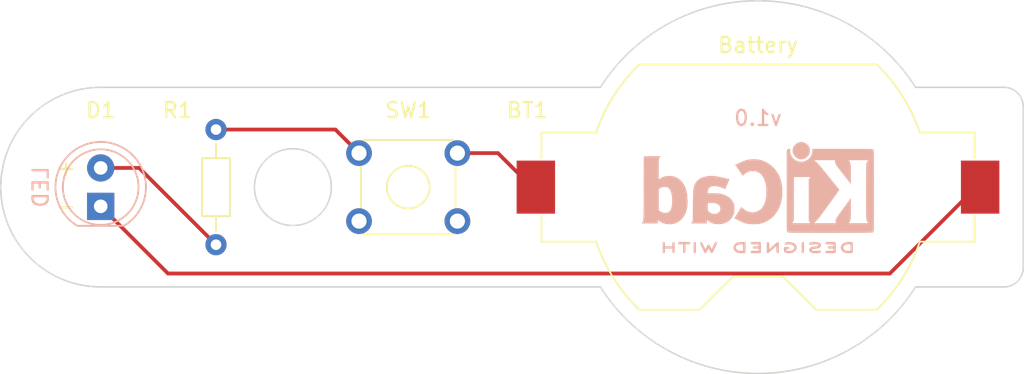
<source format=kicad_pcb>
(kicad_pcb (version 20211014) (generator pcbnew)
  (title_block (title "LED Torch") (date "2025-06-02") (rev "0.1"))
  (layers (0 "F.Cu" signal) (31 "B.Cu" signal) (34 "B.Paste" user) (35 "F.Paste" user) (36 "B.SilkS" user "B.Silkscreen") (37 "F.SilkS" user "F.Silkscreen") (38 "B.Mask" user) (39 "F.Mask" user) (44 "Edge.Cuts" user))
  (net 0 "")
  (net 1 "/bat_POS")
  (net 2 "/LED_cathode")
  (net 3 "/LED_anode")
  (net 4 "Net-(R1-Pad2)")
  (footprint "Battery:BatteryHolder_Keystone_1058_1x2032" (layer "F.Cu") (at 150.114 114.3)
    (fp_text reference "BT1" (at -15.24 -5.08) (layer "F.SilkS"))
    (fp_text value "Battery" (at 0 -9.398) (layer "F.SilkS"))
    (fp_line (start 14.31 3.61) (end 10.692 3.61) (layer "F.SilkS") (width 0.12))
    (fp_line (start -14.31 -1.9) (end -14.31 -3.61) (layer "F.SilkS") (width 0.12))
    (fp_line (start -10.692 3.61) (end -14.31 3.61) (layer "F.SilkS") (width 0.12))
    (fp_line (start -14.31 -3.61) (end -10.692 -3.61) (layer "F.SilkS") (width 0.12))
    (fp_line (start -14.31 1.9) (end -14.31 3.61) (layer "F.SilkS") (width 0.12))
    (fp_line (start 10.692 -3.61) (end 14.31 -3.61) (layer "F.SilkS") (width 0.12))
    (fp_line (start 1.66 5.91) (end -1.66 5.91) (layer "F.SilkS") (width 0.12))
    (fp_line (start 14.31 -1.9) (end 14.31 -3.61) (layer "F.SilkS") (width 0.12))
    (fp_line (start 14.31 1.9) (end 14.31 3.61) (layer "F.SilkS") (width 0.12))
    (fp_line (start 7.8473 8.11) (end 3.86 8.11) (layer "F.SilkS") (width 0.12))
    (fp_line (start -3.86 8.11) (end -7.8473 8.11) (layer "F.SilkS") (width 0.12))
    (fp_line (start -7.8473 -8.11) (end 7.8473 -8.11) (layer "F.SilkS") (width 0.12))
    (fp_line (start -1.66 5.91) (end -3.86 8.11) (layer "F.SilkS") (width 0.12))
    (fp_line (start 1.66 5.91) (end 3.86 8.11) (layer "F.SilkS") (width 0.12))
    (fp_arc (start 7.845371 -8.111789) (mid 9.538085 -6.031244) (end 10.692 -3.61) (layer "F.SilkS") (width 0.12))
    (fp_arc (start -10.692 -3.61) (mid -9.538084 -6.031244) (end -7.845371 -8.111789) (layer "F.SilkS") (width 0.12))
    (fp_arc (start 10.692 3.61) (mid 9.538084 6.031244) (end 7.845371 8.111789) (layer "F.SilkS") (width 0.12))
    (fp_arc (start -7.845371 8.111789) (mid -9.538085 6.031244) (end -10.692 3.61) (layer "F.SilkS") (width 0.12))
    (pad "1" smd rect locked (at -14.68 0) (size 2.54 3.51) (layers "F.Cu" "F.Paste" "F.Mask") (net 1 "/bat_POS"))
    (pad "2" smd rect locked (at 14.68 0) (size 2.54 3.51) (layers "F.Cu" "F.Paste" "F.Mask") (net 2 "/LED_cathode"))
  )
  (footprint "Button_Switch_THT:SW_TH_Tactile_Omron_B3F-10xx" (layer "F.Cu") (at 123.75 112.05)
    (fp_text reference "SW1" (at 3.25 -2.83) (layer "F.SilkS"))
    (fp_text value "SW_DPST_x2")
    (fp_line (start 6.37 0.91) (end 6.37 3.59) (layer "F.SilkS") (width 0.12))
    (fp_line (start 0.28 -0.87) (end 6.22 -0.87) (layer "F.SilkS") (width 0.12))
    (fp_line (start 0.28 5.37) (end 6.22 5.37) (layer "F.SilkS") (width 0.12))
    (fp_line (start 0.13 3.59) (end 0.13 0.91) (layer "F.SilkS") (width 0.12))
    (fp_circle (center 3.25 2.25) (end 4.25 3.25) (layer "F.SilkS") (width 0.12) (fill none))
    (pad "1" thru_hole circle locked (at 0 0) (size 1.7 1.7) (drill 1) (layers *.Cu *.Mask) (net 4 "Net-(R1-Pad2)"))
    (pad "2" thru_hole circle locked (at 6.5 0) (size 1.7 1.7) (drill 1) (layers *.Cu *.Mask) (net 1 "/bat_POS"))
    (pad "3" thru_hole circle locked (at 0 4.5) (size 1.7 1.7) (drill 1) (layers *.Cu *.Mask))
    (pad "4" thru_hole circle locked (at 6.5 4.5) (size 1.7 1.7) (drill 1) (layers *.Cu *.Mask))
  )
  (footprint "Resistor_THT:R_Axial_DIN0204_L3.6mm_D1.6mm_P7.62mm_Horizontal" (layer "F.Cu") (at 114.3 118.11 90)
    (fp_text reference "R1" (at 8.89 -2.54) (layer "F.SilkS"))
    (fp_text value "R")
    (fp_line (start 1.89 0.92) (end 5.73 0.92) (layer "F.SilkS") (width 0.12))
    (fp_line (start 6.68 0) (end 5.73 0) (layer "F.SilkS") (width 0.12))
    (fp_line (start 5.73 0.92) (end 5.73 -0.92) (layer "F.SilkS") (width 0.12))
    (fp_line (start 0.94 0) (end 1.89 0) (layer "F.SilkS") (width 0.12))
    (fp_line (start 5.73 -0.92) (end 1.89 -0.92) (layer "F.SilkS") (width 0.12))
    (fp_line (start 1.89 -0.92) (end 1.89 0.92) (layer "F.SilkS") (width 0.12))
    (pad "1" thru_hole circle locked (at 0 0 90) (size 1.4 1.4) (drill 0.7) (layers *.Cu *.Mask) (net 3 "/LED_anode"))
    (pad "2" thru_hole oval locked (at 7.62 0 90) (size 1.4 1.4) (drill 0.7) (layers *.Cu *.Mask) (net 4 "Net-(R1-Pad2)"))
  )
  (footprint "Symbol:KiCad-Logo2_6mm_SilkScreen" (layer "B.Cu") (at 150.114 114.3 180)
    (fp_text reference "REF1" hide)
    (fp_text value "KiCad-Logo2_6mm_SilkScreen" hide)
    (fp_poly (pts (xy 4.974773 -3.635355) (xy 5.05348 -3.635734) (xy 5.114571 -3.636525) (xy 5.160525 -3.637862) (xy 5.193822 -3.639875) (xy 5.216944 -3.642698) (xy 5.23237 -3.646461) (xy 5.242579 -3.651297) (xy 5.247521 -3.655014) (xy 5.273165 -3.68755) (xy 5.276267 -3.72133) (xy 5.260419 -3.752018) (xy 5.250056 -3.764281) (xy 5.238904 -3.772642) (xy 5.222743 -3.777849) (xy 5.19735 -3.780649) (xy 5.158506 -3.781788) (xy 5.101988 -3.782013) (xy 5.090888 -3.782014) (xy 4.944952 -3.782014) (xy 4.944952 -4.052948) (xy 4.944856 -4.138346) (xy 4.944419 -4.204056) (xy 4.94342 -4.252966) (xy 4.941636 -4.287965) (xy 4.938845 -4.311941) (xy 4.934825 -4.327785) (xy 4.929353 -4.338383) (xy 4.922374 -4.346459) (xy 4.889442 -4.366304) (xy 4.855062 -4.36474) (xy 4.823884 -4.342098) (xy 4.821594 -4.339292) (xy 4.814137 -4.328684) (xy 4.808455 -4.316273) (xy 4.804309 -4.299042) (xy 4.801458 -4.273976) (xy 4.799662 -4.238059) (xy 4.79868 -4.188275) (xy 4.798272 -4.121609) (xy 4.798197 -4.045781) (xy 4.798197 -3.782014) (xy 4.658835 -3.782014) (xy 4.59903 -3.78161) (xy 4.557626 -3.780032) (xy 4.530456 -3.776739) (xy 4.513354 -3.771184) (xy 4.502151 -3.762823) (xy 4.500791 -3.76137) (xy 4.484433 -3.728131) (xy 4.48588 -3.690554) (xy 4.504686 -3.657837) (xy 4.511958 -3.65149) (xy 4.521335 -3.646458) (xy 4.535317 -3.642588) (xy 4.556404 -3.639729) (xy 4.587097 -3.637727) (xy 4.629897 -3.636431) (xy 4.687303 -3.63569) (xy 4.761818 -3.63535) (xy 4.855941 -3.63526) (xy 4.875968 -3.635259) (xy 4.974773 -3.635355)) (layer "B.SilkS") (width 0.01) (fill solid))
    (fp_poly (pts (xy 6.240531 -3.640725) (xy 6.27191 -3.662968) (xy 6.299619 -3.690677) (xy 6.299619 -4.000112) (xy 6.299546 -4.091991) (xy 6.299203 -4.164032) (xy 6.2984 -4.218972) (xy 6.296949 -4.259552) (xy 6.29466 -4.288509) (xy 6.291344 -4.308583) (xy 6.286813 -4.322513) (xy 6.280877 -4.333037) (xy 6.276222 -4.339292) (xy 6.245491 -4.363865) (xy 6.210204 -4.366533) (xy 6.177953 -4.351463) (xy 6.167296 -4.342566) (xy 6.160172 -4.330749) (xy 6.155875 -4.311718) (xy 6.153699 -4.281184) (xy 6.152936 -4.234854) (xy 6.152863 -4.199063) (xy 6.152863 -4.064237) (xy 5.656152 -4.064237) (xy 5.656152 -4.186892) (xy 5.655639 -4.242979) (xy 5.653584 -4.281525) (xy 5.649216 -4.307553) (xy 5.641764 -4.326089) (xy 5.632755 -4.339292) (xy 5.601852 -4.363796) (xy 5.566904 -4.366698) (xy 5.533446 -4.349281) (xy 5.524312 -4.340151) (xy 5.51786 -4.328047) (xy 5.513605 -4.309193) (xy 5.51106 -4.279812) (xy 5.509737 -4.236129) (xy 5.509151 -4.174367) (xy 5.509083 -4.160192) (xy 5.508599 -4.043823) (xy 5.508349 -3.947919) (xy 5.508431 -3.870369) (xy 5.508939 -3.809061) (xy 5.50997 -3.761882) (xy 5.511621 -3.726722) (xy 5.513987 -3.701468) (xy 5.517165 -3.684009) (xy 5.521252 -3.672233) (xy 5.526342 -3.664027) (xy 5.531974 -3.657837) (xy 5.563836 -3.638036) (xy 5.597065 -3.640725) (xy 5.628443 -3.662968) (xy 5.641141 -3.677318) (xy 5.649234 -3.69317) (xy 5.65375 -3.715746) (xy 5.655714 -3.75027) (xy 5.656152 -3.801968) (xy 5.656152 -3.917481) (xy 6.152863 -3.917481) (xy 6.152863 -3.798948) (xy 6.15337 -3.74434) (xy 6.155406 -3.707467) (xy 6.159743 -3.683499) (xy 6.167155 -3.667607) (xy 6.175441 -3.657837) (xy 6.207302 -3.638036) (xy 6.240531 -3.640725)) (layer "B.SilkS") (width 0.01) (fill solid))
    (fp_poly (pts (xy 0.439962 1.839501) (xy 0.588014 1.823293) (xy 0.731452 1.794282) (xy 0.87611 1.750955) (xy 1.027824 1.691799) (xy 1.192428 1.6153) (xy 1.222071 1.600483) (xy 1.290098 1.566969) (xy 1.354256 1.536792) (xy 1.408215 1.512834) (xy 1.44564 1.497976) (xy 1.451389 1.496105) (xy 1.506486 1.479598) (xy 1.259851 1.120799) (xy 1.199552 1.033107) (xy 1.144422 0.952988) (xy 1.096336 0.883164) (xy 1.057168 0.826353) (xy 1.028794 0.785277) (xy 1.013087 0.762654) (xy 1.010536 0.759072) (xy 1.000171 0.766562) (xy 0.97466 0.789082) (xy 0.938563 0.822539) (xy 0.918642 0.84145) (xy 0.805773 0.931222) (xy 0.679014 0.999439) (xy 0.569783 1.036805) (xy 0.504214 1.04854) (xy 0.422116 1.055692) (xy 0.333144 1.058126) (xy 0.246956 1.055712) (xy 0.173205 1.048317) (xy 0.143776 1.042653) (xy 0.011133 0.997018) (xy -0.108394 0.927337) (xy -0.214717 0.83374) (xy -0.307747 0.716351) (xy -0.387395 0.5753) (xy -0.453574 0.410714) (xy -0.506194 0.22272) (xy -0.537467 0.061783) (xy -0.545626 -0.009263) (xy -0.551185 -0.101046) (xy -0.554198 -0.206968) (xy -0.554719 -0.320434) (xy -0.5528 -0.434849) (xy -0.548497 -0.543617) (xy -0.541863 -0.640143) (xy -0.532951 -0.717831) (xy -0.531021 -0.729817) (xy -0.488501 -0.922892) (xy -0.430567 -1.093773) (xy -0.356867 -1.243224) (xy -0.267049 -1.372011) (xy -0.203293 -1.441639) (xy -0.088714 -1.536173) (xy 0.036942 -1.606246) (xy 0.171557 -1.651477) (xy 0.313011 -1.671484) (xy 0.459183 -1.665885) (xy 0.607955 -1.6343) (xy 0.695911 -1.603394) (xy 0.817629 -1.541506) (xy 0.94308 -1.452729) (xy 1.013353 -1.392694) (xy 1.052811 -1.357947) (xy 1.083812 -1.332454) (xy 1.101458 -1.32017) (xy 1.103648 -1.319795) (xy 1.111524 -1.332347) (xy 1.131932 -1.365516) (xy 1.163132 -1.416458) (xy 1.203386 -1.482331) (xy 1.250957 -1.560289) (xy 1.304104 -1.64749) (xy 1.333687 -1.696067) (xy 1.559648 -2.067215) (xy 1.277527 -2.206639) (xy 1.175522 -2.256719) (xy 1.092889 -2.29621) (xy 1.024578 -2.327073) (xy 0.965537 -2.351268) (xy 0.910714 -2.370758) (xy 0.85506 -2.387503) (xy 0.793523 -2.403465) (xy 0.73454 -2.417482) (xy 0.682115 -2.428329) (xy 0.627288 -2.436526) (xy 0.564572 -2.442528) (xy 0.488477 -2.44679) (xy 0.393516 -2.449767) (xy 0.329513 -2.451052) (xy 0.238192 -2.45193) (xy 0.150627 -2.451487) (xy 0.072612 -2.449852) (xy 0.009942 -2.447149) (xy -0.031587 -2.443505) (xy -0.034048 -2.443142) (xy -0.249697 -2.396487) (xy -0.452207 -2.325729) (xy -0.641505 -2.230914) (xy -0.817521 -2.112089) (xy -0.980184 -1.9693) (xy -1.129422 -1.802594) (xy -1.237504 -1.654433) (xy -1.352566 -1.460502) (xy -1.445577 -1.255699) (xy -1.516987 -1.038383) (xy -1.567244 -0.806912) (xy -1.596799 -0.559643) (xy -1.606111 -0.308559) (xy -1.598452 -0.06567) (xy -1.574387 0.15843) (xy -1.533148 0.367523) (xy -1.473973 0.565387) (xy -1.396096 0.755804) (xy -1.386797 0.775532) (xy -1.284352 0.959941) (xy -1.158528 1.135424) (xy -1.012888 1.29835) (xy -0.850999 1.445086) (xy -0.676424 1.571999) (xy -0.513756 1.665095) (xy -0.349427 1.738009) (xy -0.184749 1.790826) (xy -0.013348 1.824985) (xy 0.171153 1.841922) (xy 0.281459 1.84442) (xy 0.439962 1.839501)) (layer "B.SilkS") (width 0.01) (fill solid))
    (fp_poly (pts (xy -4.701086 -3.635338) (xy -4.631678 -3.63571) (xy -4.579289 -3.636577) (xy -4.541139 -3.638138) (xy -4.514451 -3.640595) (xy -4.496445 -3.644149) (xy -4.484341 -3.649002) (xy -4.475361 -3.655353) (xy -4.47211 -3.658276) (xy -4.452335 -3.689334) (xy -4.448774 -3.72502) (xy -4.461783 -3.756702) (xy -4.467798 -3.763105) (xy -4.477527 -3.769313) (xy -4.493193 -3.774102) (xy -4.5177 -3.777706) (xy -4.553953 -3.780356) (xy -4.604857 -3.782287) (xy -4.673318 -3.783731) (xy -4.735909 -3.78461) (xy -4.983626 -3.787659) (xy -4.987011 -3.85257) (xy -4.990397 -3.917481) (xy -4.82225 -3.917481) (xy -4.749251 -3.918111) (xy -4.695809 -3.920745) (xy -4.65892 -3.926501) (xy -4.63558 -3.936496) (xy -4.622786 -3.951848) (xy -4.617534 -3.973674) (xy -4.616737 -3.99393) (xy -4.619215 -4.018784) (xy -4.628569 -4.037098) (xy -4.647675 -4.049829) (xy -4.67941 -4.057933) (xy -4.726651 -4.062368) (xy -4.792275 -4.064091) (xy -4.828093 -4.064237) (xy -4.98927 -4.064237) (xy -4.98927 -4.222281) (xy -4.740914 -4.222281) (xy -4.659505 -4.222394) (xy -4.597634 -4.222904) (xy -4.55226 -4.224062) (xy -4.520346 -4.226122) (xy -4.498851 -4.229338) (xy -4.484735 -4.233964) (xy -4.47496 -4.240251) (xy -4.469981 -4.244859) (xy -4.452902 -4.271752) (xy -4.447403 -4.295659) (xy -4.455255 -4.324859) (xy -4.469981 -4.346459) (xy -4.477838 -4.353258) (xy -4.48798 -4.358538) (xy -4.503136 -4.36249) (xy -4.526033 -4.365305) (xy -4.559401 -4.367174) (xy -4.605967 -4.36829) (xy -4.668459 -4.368843) (xy -4.749606 -4.369025) (xy -4.791714 -4.369037) (xy -4.88189 -4.368957) (xy -4.952216 -4.36859) (xy -5.005421 -4.367744) (xy -5.044232 -4.366228) (xy -5.071379 -4.363851) (xy -5.08959 -4.360421) (xy -5.101592 -4.355746) (xy -5.110114 -4.349636) (xy -5.113448 -4.346459) (xy -5.120047 -4.338862) (xy -5.125219 -4.329062) (xy -5.129138 -4.314431) (xy -5.131976 -4.292344) (xy -5.133907 -4.260174) (xy -5.135104 -4.215295) (xy -5.13574 -4.155081) (xy -5.135989 -4.076905) (xy -5.136026 -4.004115) (xy -5.135992 -3.910899) (xy -5.135757 -3.837623) (xy -5.135122 -3.78165) (xy -5.133886 -3.740343) (xy -5.131848 -3.711064) (xy -5.128809 -3.691176) (xy -5.124569 -3.678042) (xy -5.118927 -3.669024) (xy -5.111683 -3.661485) (xy -5.109898 -3.659804) (xy -5.101237 -3.652364) (xy -5.091174 -3.646601) (xy -5.076917 -3.642304) (xy -5.055675 -3.639256) (xy -5.024656 -3.637243) (xy -4.981069 -3.636052) (xy -4.922123 -3.635467) (xy -4.845026 -3.635275) (xy -4.790293 -3.635259) (xy -4.701086 -3.635338)) (layer "B.SilkS") (width 0.01) (fill solid))
    (fp_poly (pts (xy -1.288406 -3.63964) (xy -1.26484 -3.653465) (xy -1.234027 -3.676073) (xy -1.19437 -3.70853) (xy -1.144272 -3.7519) (xy -1.082135 -3.80725) (xy -1.006364 -3.875643) (xy -0.919626 -3.954276) (xy -0.739003 -4.11807) (xy -0.733359 -3.898221) (xy -0.731321 -3.822543) (xy -0.729355 -3.766186) (xy -0.727026 -3.725898) (xy -0.723898 -3.698427) (xy -0.719537 -3.680521) (xy -0.713508 -3.668929) (xy -0.705376 -3.6604) (xy -0.701064 -3.656815) (xy -0.666533 -3.637862) (xy -0.633675 -3.640633) (xy -0.60761 -3.656825) (xy -0.580959 -3.678391) (xy -0.577644 -3.993343) (xy -0.576727 -4.085971) (xy -0.57626 -4.158736) (xy -0.576405 -4.214353) (xy -0.577324 -4.255534) (xy -0.579179 -4.284995) (xy -0.582131 -4.305447) (xy -0.586342 -4.319605) (xy -0.591974 -4.330183) (xy -0.598219 -4.338666) (xy -0.611731 -4.354399) (xy -0.625175 -4.364828) (xy -0.640416 -4.368831) (xy -0.659318 -4.365286) (xy -0.683747 -4.353071) (xy -0.715565 -4.331063) (xy -0.75664 -4.298141) (xy -0.808834 -4.253183) (xy -0.874014 -4.195067) (xy -0.947848 -4.128291) (xy -1.213137 -3.88765) (xy -1.218781 -4.106781) (xy -1.220823 -4.18232) (xy -1.222794 -4.238546) (xy -1.225131 -4.278716) (xy -1.228273 -4.306088) (xy -1.232656 -4.32392) (xy -1.238716 -4.335471) (xy -1.246892 -4.343999) (xy -1.251076 -4.347474) (xy -1.288057 -4.366564) (xy -1.323 -4.363685) (xy -1.353428 -4.339292) (xy -1.360389 -4.329478) (xy -1.365815 -4.318018) (xy -1.369895 -4.30216) (xy -1.372821 -4.279155) (xy -1.374784 -4.246254) (xy -1.375975 -4.200708) (xy -1.376584 -4.139765) (xy -1.376803 -4.060678) (xy -1.376826 -4.002148) (xy -1.376752 -3.910599) (xy -1.376405 -3.838879) (xy -1.375593 -3.784237) (xy -1.374125 -3.743924) (xy -1.371811 -3.71519) (xy -1.368459 -3.695285) (xy -1.36388 -3.68146) (xy -1.357881 -3.670964) (xy -1.353428 -3.665003) (xy -1.342142 -3.650883) (xy -1.331593 -3.640221) (xy -1.320185 -3.634084) (xy -1.306322 -3.633535) (xy -1.288406 -3.63964)) (layer "B.SilkS") (width 0.01) (fill solid))
    (fp_poly (pts (xy -5.955743 2.526311) (xy -5.69122 2.526275) (xy -5.568088 2.52627) (xy -3.597189 2.52627) (xy -3.597189 2.41009) (xy -3.584789 2.268709) (xy -3.547364 2.138316) (xy -3.484577 2.018138) (xy -3.396094 1.907398) (xy -3.366157 1.877489) (xy -3.258466 1.792652) (xy -3.139725 1.730779) (xy -3.01346 1.691841) (xy -2.883197 1.67581) (xy -2.752465 1.682658) (xy -2.624788 1.712357) (xy -2.503695 1.76488) (xy -2.392712 1.840197) (xy -2.342868 1.885637) (xy -2.249983 1.997048) (xy -2.181873 2.119565) (xy -2.139129 2.251785) (xy -2.122347 2.392308) (xy -2.122124 2.406133) (xy -2.121244 2.526266) (xy -2.068443 2.526268) (xy -2.021604 2.519911) (xy -1.978817 2.504444) (xy -1.975989 2.502846) (xy -1.966325 2.497832) (xy -1.957451 2.493927) (xy -1.949335 2.489993) (xy -1.941943 2.484894) (xy -1.935245 2.477492) (xy -1.929208 2.466649) (xy -1.923801 2.451228) (xy -1.91899 2.430091) (xy -1.914745 2.402101) (xy -1.911032 2.366121) (xy -1.907821 2.321013) (xy -1.905078 2.26564) (xy -1.902772 2.198863) (xy -1.900871 2.119547) (xy -1.899342 2.026553) (xy -1.898154 1.918743) (xy -1.897274 1.794981) (xy -1.89667 1.654129) (xy -1.896311 1.49505) (xy -1.896165 1.316605) (xy -1.896198 1.117658) (xy -1.89638 0.897071) (xy -1.896677 0.653707) (xy -1.897059 0.386428) (xy -1.897492 0.094097) (xy -1.897945 -0.224424) (xy -1.897998 -0.26323) (xy -1.898404 -0.583782) (xy -1.898749 -0.878012) (xy -1.899069 -1.147056) (xy -1.8994 -1.392052) (xy -1.899779 -1.614137) (xy -1.900243 -1.814447) (xy -1.900828 -1.994119) (xy -1.90157 -2.15429) (xy -1.902506 -2.296098) (xy -1.903673 -2.420679) (xy -1.905107 -2.52917) (xy -1.906844 -2.622707) (xy -1.908922 -2.702429) (xy -1.911376 -2.769472) (xy -1.914244 -2.824973) (xy -1.917561 -2.870068) (xy -1.921364 -2.905895) (xy -1.92569 -2.933591) (xy -1.930575 -2.954293) (xy -1.936055 -2.969137) (xy -1.942168 -2.97926) (xy -1.94895 -2.9858) (xy -1.956437 -2.989893) (xy -1.964666 -2.992676) (xy -1.973673 -2.995287) (xy -1.983495 -2.998862) (xy -1.985894 -2.99995) (xy -1.993435 -3.002396) (xy -2.006056 -3.004642) (xy -2.024859 -3.006698) (xy -2.050947 -3.008572) (xy -2.085422 -3.010271) (xy -2.129385 -3.011803) (xy -2.183939 -3.013177) (xy -2.250185 -3.0144) (xy -2.329226 -3.015481) (xy -2.422163 -3.016427) (xy -2.530099 -3.017247) (xy -2.654136 -3.017947) (xy -2.795376 -3.018538) (xy -2.954921 -3.019025) (xy -3.133872 -3.019419) (xy -3.333332 -3.019725) (xy -3.554404 -3.019953) (xy -3.798188 -3.02011) (xy -4.065787 -3.020205) (xy -4.358303 -3.020245) (xy -4.676839 -3.020238) (xy -4.780021 -3.020228) (xy -5.105623 -3.020176) (xy -5.404881 -3.020091) (xy -5.678909 -3.019963) (xy -5.928824 -3.019785) (xy -6.15574 -3.019548) (xy -6.360773 -3.019242) (xy -6.545038 -3.01886) (xy -6.70965 -3.018392) (xy -6.855725 -3.01783) (xy -6.984376 -3.017165) (xy -7.096721 -3.016388) (xy -7.193874 -3.015491) (xy -7.27695 -3.014465) (xy -7.347064 -3.013301) (xy -7.405332 -3.011991) (xy -7.452869 -3.010525) (xy -7.49079 -3.008896) (xy -7.52021 -3.007093) (xy -7.542245 -3.00511) (xy -7.55801 -3.002936) (xy -7.56862 -3.000563) (xy -7.574404 -2.998391) (xy -7.584684 -2.994056) (xy -7.594122 -2.990859) (xy -7.602755 -2.987665) (xy -7.610619 -2.983338) (xy -7.617748 -2.976744) (xy -7.624179 -2.966747) (xy -7.629947 -2.952212) (xy -7.635089 -2.932003) (xy -7.63964 -2.904985) (xy -7.643635 -2.870023) (xy -7.647111 -2.825981) (xy -7.650102 -2.771724) (xy -7.652646 -2.706117) (xy -7.654777 -2.628024) (xy -7.656532 -2.53631) (xy -7.657945 -2.42984) (xy -7.658315 -2.388973) (xy -7.291884 -2.388973) (xy -5.996734 -2.388973) (xy -6.021655 -2.351217) (xy -6.046447 -2.312417) (xy -6.06744 -2.275469) (xy -6.084935 -2.237788) (xy -6.09923 -2.196788) (xy -6.110623 -2.149883) (xy -6.119413 -2.094487) (xy -6.125898 -2.028016) (xy -6.130377 -1.947883) (xy -6.13315 -1.851502) (xy -6.134513 -1.736289) (xy -6.134767 -1.599657) (xy -6.134209 -1.43902) (xy -6.133893 -1.379382) (xy -6.130325 -0.740041) (xy -5.725298 -1.291449) (xy -5.610554 -1.447876) (xy -5.511143 -1.584088) (xy -5.42599 -1.70189) (xy -5.354022 -1.803084) (xy -5.294166 -1.889477) (xy -5.245348 -1.962874) (xy -5.206495 -2.025077) (xy -5.176534 -2.077893) (xy -5.154391 -2.123125) (xy -5.138993 -2.162578) (xy -5.129266 -2.198058) (xy -5.124137 -2.231368) (xy -5.122532 -2.264313) (xy -5.123379 -2.298697) (xy -5.123595 -2.303019) (xy -5.128054 -2.389031) (xy -3.708692 -2.388973) (xy -3.814265 -2.282522) (xy -3.842913 -2.253406) (xy -3.87009 -2.225076) (xy -3.896989 -2.195968) (xy -3.924803 -2.16452) (xy -3.954725 -2.129169) (xy -3.987946 -2.088354) (xy -4.025661 -2.040511) (xy -4.06906 -1.984079) (xy -4.119338 -1.917494) (xy -4.177688 -1.839195) (xy -4.2453 -1.747619) (xy -4.323369 -1.641204) (xy -4.413088 -1.518387) (xy -4.515648 -1.377605) (xy -4.632242 -1.217297) (xy -4.727809 -1.085798) (xy -4.847749 -0.920596) (xy -4.95238 -0.776152) (xy -5.042648 -0.651094) (xy -5.119503 -0.544052) (xy -5.183891 -0.453654) (xy -5.236761 -0.378529) (xy -5.27906 -0.317304) (xy -5.311736 -0.26861) (xy -5.335738 -0.231074) (xy -5.352013 -0.203325) (xy -5.361508 -0.183992) (xy -5.365173 -0.171703) (xy -5.364071 -0.165242) (xy -5.350724 -0.148048) (xy -5.321866 -0.111655) (xy -5.27924 -0.058224) (xy -5.224585 0.010081) (xy -5.159644 0.091097) (xy -5.086158 0.18266) (xy -5.005868 0.282608) (xy -4.920515 0.388776) (xy -4.83184 0.499003) (xy -4.741586 0.611124) (xy -4.691944 0.672756) (xy -3.459373 0.672756) (xy -3.408146 0.580081) (xy -3.356919 0.487405) (xy -3.356919 -2.203622) (xy -3.408146 -2.296298) (xy -3.459373 -2.388973) (xy -2.853396 -2.388973) (xy -2.708734 -2.388931) (xy -2.589244 -2.388741) (xy -2.492642 -2.388308) (xy -2.416642 -2.387536) (xy -2.358957 -2.38633) (xy -2.317301 -2.384594) (xy -2.289389 -2.382232) (xy -2.272935 -2.37915) (xy -2.265652 -2.375251) (xy -2.265255 -2.37044) (xy -2.269458 -2.364622) (xy -2.269501 -2.364574) (xy -2.286813 -2.339532) (xy -2.309736 -2.298815) (xy -2.329981 -2.258168) (xy -2.368379 -2.176162) (xy -2.376211 0.672756) (xy -3.459373 0.672756) (xy -4.691944 0.672756) (xy -4.651493 0.722976) (xy -4.563302 0.832396) (xy -4.478754 0.937222) (xy -4.399592 1.035289) (xy -4.327556 1.124434) (xy -4.264387 1.202495) (xy -4.211827 1.267308) (xy -4.171617 1.31671) (xy -4.148 1.345513) (xy -4.05629 1.453222) (xy -3.96806 1.55042) (xy -3.886403 1.633924) (xy -3.81441 1.700552) (xy -3.763319 1.741401) (xy -3.702907 1.784865) (xy -5.092298 1.784865) (xy -5.091908 1.703334) (xy -5.095791 1.643394) (xy -5.11039 1.587823) (xy -5.132988 1.535145) (xy -5.147678 1.505385) (xy -5.163472 1.475897) (xy -5.181814 1.444724) (xy -5.204145 1.409907) (xy -5.231909 1.36949) (xy -5.266549 1.321514) (xy -5.309507 1.264022) (xy -5.362227 1.195057) (xy -5.426151 1.112661) (xy -5.502721 1.014876) (xy -5.593381 0.899745) (xy -5.699574 0.76531) (xy -5.711568 0.750141) (xy -6.130325 0.220588) (xy -6.134378 0.807078) (xy -6.135195 0.982749) (xy -6.135021 1.131468) (xy -6.133849 1.253725) (xy -6.131669 1.350011) (xy -6.128474 1.420817) (xy -6.124256 1.466631) (xy -6.122838 1.475321) (xy -6.100591 1.566865) (xy -6.071443 1.649392) (xy -6.038182 1.715747) (xy -6.0182 1.74389) (xy -5.983722 1.784865) (xy -6.637914 1.784865) (xy -6.793969 1.784731) (xy -6.924467 1.784297) (xy -7.03131 1.783511) (xy -7.116398 1.782324) (xy -7.181635 1.780683) (xy -7.228921 1.778539) (xy -7.260157 1.775841) (xy -7.277246 1.772538) (xy -7.282088 1.768579) (xy -7.281753 1.767702) (xy -7.267885 1.746769) (xy -7.244732 1.713588) (xy -7.232754 1.696807) (xy -7.220369 1.68006) (xy -7.209237 1.665085) (xy -7.199288 1.650406) (xy -7.190451 1.634551) (xy -7.182657 1.616045) (xy -7.175835 1.593415) (xy -7.169916 1.565187) (xy -7.164829 1.529887) (xy -7.160504 1.486042) (xy -7.156871 1.432178) (xy -7.15386 1.36682) (xy -7.151401 1.288496) (xy -7.149423 1.195732) (xy -7.147858 1.087053) (xy -7.146634 0.960987) (xy -7.145681 0.816058) (xy -7.14493 0.650794) (xy -7.144311 0.463721) (xy -7.143752 0.253365) (xy -7.143185 0.018252) (xy -7.142655 -0.197741) (xy -7.142155 -0.438535) (xy -7.141895 -0.668274) (xy -7.141868 -0.885493) (xy -7.142067 -1.088722) (xy -7.142486 -1.276496) (xy -7.143118 -1.447345) (xy -7.143956 -1.599803) (xy -7.144992 -1.732403) (xy -7.14622 -1.843676) (xy -7.147633 -1.932156) (xy -7.149225 -1.996375) (xy -7.150987 -2.034865) (xy -7.151321 -2.038933) (xy -7.163466 -2.132248) (xy -7.182427 -2.20719) (xy -7.211302 -2.272594) (xy -7.25319 -2.337293) (xy -7.258429 -2.344352) (xy -7.291884 -2.388973) (xy -7.658315 -2.388973) (xy -7.659054 -2.307479) (xy -7.659893 -2.16809) (xy -7.660498 -2.010539) (xy -7.660905 -1.833691) (xy -7.66115 -1.63641) (xy -7.661267 -1.41756) (xy -7.661295 -1.176007) (xy -7.661267 -0.910615) (xy -7.66122 -0.620249) (xy -7.66119 -0.303773) (xy -7.661189 -0.240946) (xy -7.661172 0.078863) (xy -7.661112 0.372339) (xy -7.661002 0.64061) (xy -7.660833 0.884802) (xy -7.660597 1.106043) (xy -7.660284 1.30546) (xy -7.659885 1.48418) (xy -7.659393 1.643329) (xy -7.658797 1.784034) (xy -7.65809 1.907424) (xy -7.657263 2.014624) (xy -7.656307 2.106762) (xy -7.655213 2.184965) (xy -7.653973 2.250359) (xy -7.652578 2.304072) (xy -7.651018 2.347231) (xy -7.649286 2.380963) (xy -7.647372 2.406395) (xy -7.645268 2.424653) (xy -7.642966 2.436866) (xy -7.640455 2.444159) (xy -7.640363 2.444341) (xy -7.635192 2.455482) (xy -7.630885 2.465569) (xy -7.626121 2.474654) (xy -7.619578 2.482788) (xy -7.609935 2.490024) (xy -7.595871 2.496414) (xy -7.576063 2.502011) (xy -7.549191 2.506867) (xy -7.513933 2.511034) (xy -7.468968 2.514564) (xy -7.412974 2.517509) (xy -7.344629 2.519923) (xy -7.262614 2.521856) (xy -7.165605 2.523362) (xy -7.052282 2.524492) (xy -6.921323 2.525298) (xy -6.771407 2.525834) (xy -6.601213 2.526151) (xy -6.409418 2.526301) (xy -6.194702 2.526337) (xy -5.955743 2.526311)) (layer "B.SilkS") (width 0.01) (fill solid))
    (fp_poly (pts (xy -2.726079 2.96351) (xy -2.622973 2.927762) (xy -2.526978 2.871493) (xy -2.441247 2.794712) (xy -2.36893 2.697427) (xy -2.336445 2.636108) (xy -2.308332 2.55034) (xy -2.294705 2.451323) (xy -2.296214 2.349529) (xy -2.312969 2.257286) (xy -2.358763 2.144568) (xy -2.425168 2.046793) (xy -2.508809 1.965885) (xy -2.606312 1.903768) (xy -2.7143 1.862366) (xy -2.829399 1.843603) (xy -2.948234 1.849402) (xy -3.006811 1.861794) (xy -3.120972 1.906203) (xy -3.222365 1.973967) (xy -3.308545 2.062999) (xy -3.377066 2.171209) (xy -3.382864 2.183027) (xy -3.402904 2.227372) (xy -3.415487 2.26472) (xy -3.422319 2.30412) (xy -3.425105 2.354619) (xy -3.425568 2.409567) (xy -3.424803 2.475585) (xy -3.421352 2.523311) (xy -3.413477 2.561897) (xy -3.399443 2.600494) (xy -3.38212 2.638574) (xy -3.317505 2.746672) (xy -3.237934 2.834197) (xy -3.14656 2.901159) (xy -3.046536 2.947564) (xy -2.941012 2.973419) (xy -2.833142 2.978732) (xy -2.726079 2.96351)) (layer "B.SilkS") (width 0.01) (fill solid))
    (fp_poly (pts (xy -3.679995 -3.636543) (xy -3.60518 -3.641773) (xy -3.535598 -3.649942) (xy -3.475294 -3.660742) (xy -3.428312 -3.673865) (xy -3.398698 -3.689005) (xy -3.394152 -3.693461) (xy -3.378346 -3.728042) (xy -3.383139 -3.763543) (xy -3.407656 -3.793917) (xy -3.408826 -3.794788) (xy -3.423246 -3.804146) (xy -3.4383 -3.809068) (xy -3.459297 -3.809665) (xy -3.491549 -3.806053) (xy -3.540365 -3.798346) (xy -3.544292 -3.797697) (xy -3.617031 -3.788761) (xy -3.695509 -3.784353) (xy -3.774219 -3.784311) (xy -3.847653 -3.788471) (xy -3.910303 -3.796671) (xy -3.956662 -3.808749) (xy -3.959708 -3.809963) (xy -3.99334 -3.828807) (xy -4.005156 -3.847877) (xy -3.995906 -3.866631) (xy -3.966339 -3.884529) (xy -3.917203 -3.901029) (xy -3.849249 -3.915588) (xy -3.803937 -3.922598) (xy -3.709748 -3.936081) (xy -3.634836 -3.948406) (xy -3.576009 -3.960641) (xy -3.530077 -3.973853) (xy -3.493847 -3.989109) (xy -3.46413 -4.007477) (xy -3.437734 -4.030023) (xy -3.416522 -4.052163) (xy -3.391357 -4.083011) (xy -3.378973 -4.109537) (xy -3.3751 -4.142218) (xy -3.374959 -4.154187) (xy -3.377868 -4.193904) (xy -3.389494 -4.223451) (xy -3.409615 -4.249678) (xy -3.450508 -4.289768) (xy -3.496109 -4.320341) (xy -3.549805 -4.342395) (xy -3.614984 -4.356927) (xy -3.695036 -4.364933) (xy -3.793349 -4.36741) (xy -3.809581 -4.367369) (xy -3.875141 -4.36601) (xy -3.940158 -4.362922) (xy -3.997544 -4.358548) (xy -4.040214 -4.353332) (xy -4.043664 -4.352733) (xy -4.086088 -4.342683) (xy -4.122072 -4.329988) (xy -4.142442 -4.318382) (xy -4.161399 -4.287764) (xy -4.162719 -4.25211) (xy -4.146377 -4.220336) (xy -4.142721 -4.216743) (xy -4.127607 -4.206068) (xy -4.108707 -4.201468) (xy -4.079454 -4.202251) (xy -4.043943 -4.206319) (xy -4.004262 -4.209954) (xy -3.948637 -4.21302) (xy -3.883698 -4.215245) (xy -3.816077 -4.216356) (xy -3.798292 -4.216429) (xy -3.73042 -4.216156) (xy -3.680746 -4.214838) (xy -3.644902 -4.212019) (xy -3.618516 -4.207242) (xy -3.597218 -4.200049) (xy -3.584418 -4.194059) (xy -3.556292 -4.177425) (xy -3.53836 -4.16236) (xy -3.535739 -4.158089) (xy -3.541268 -4.140455) (xy -3.567552 -4.123384) (xy -3.61277 -4.10765) (xy -3.6751 -4.09403) (xy -3.693463 -4.090996) (xy -3.789382 -4.07593) (xy -3.865933 -4.063338) (xy -3.926072 -4.052303) (xy -3.972752 -4.041912) (xy -4.008929 -4.031248) (xy -4.037557 -4.019397) (xy -4.06159 -4.005443) (xy -4.083984 -3.988473) (xy -4.107694 -3.96757) (xy -4.115672 -3.960241) (xy -4.143645 -3.932891) (xy -4.158452 -3.911221) (xy -4.164244 -3.886424) (xy -4.165181 -3.855175) (xy -4.154867 -3.793897) (xy -4.124044 -3.741832) (xy -4.072887 -3.69915) (xy -4.001575 -3.666017) (xy -3.950692 -3.651156) (xy -3.895392 -3.641558) (xy -3.829145 -3.636128) (xy -3.755998 -3.634559) (xy -3.679995 -3.636543)) (layer "B.SilkS") (width 0.01) (fill solid))
    (fp_poly (pts (xy 4.200322 -3.642069) (xy 4.224035 -3.656839) (xy 4.250686 -3.678419) (xy 4.250686 -3.999965) (xy 4.250601 -4.094022) (xy 4.250237 -4.168124) (xy 4.249432 -4.224896) (xy 4.248021 -4.26696) (xy 4.245841 -4.29694) (xy 4.242729 -4.317459) (xy 4.238522 -4.331141) (xy 4.233056 -4.340608) (xy 4.22918 -4.345274) (xy 4.197742 -4.365767) (xy 4.161941 -4.364931) (xy 4.130581 -4.347456) (xy 4.10393 -4.325876) (xy 4.10393 -3.678419) (xy 4.130581 -3.656839) (xy 4.156302 -3.641141) (xy 4.177308 -3.635259) (xy 4.200322 -3.642069)) (layer "B.SilkS") (width 0.01) (fill solid))
    (fp_poly (pts (xy 6.84227 2.043175) (xy 6.959041 2.042696) (xy 6.998729 2.042455) (xy 7.544486 2.038865) (xy 7.551351 -0.054919) (xy 7.552258 -0.338842) (xy 7.553062 -0.59664) (xy 7.553815 -0.829646) (xy 7.554569 -1.039194) (xy 7.555375 -1.226618) (xy 7.556285 -1.39325) (xy 7.557351 -1.540425) (xy 7.558624 -1.669477) (xy 7.560156 -1.781739) (xy 7.561998 -1.878544) (xy 7.564203 -1.961226) (xy 7.566822 -2.031119) (xy 7.569906 -2.089557) (xy 7.573508 -2.137872) (xy 7.577678 -2.1774) (xy 7.582469 -2.209473) (xy 7.587931 -2.235424) (xy 7.594118 -2.256589) (xy 7.60108 -2.274299) (xy 7.608869 -2.289889) (xy 7.617537 -2.304693) (xy 7.627135 -2.320044) (xy 7.637715 -2.337276) (xy 7.639884 -2.340946) (xy 7.676268 -2.403031) (xy 7.150431 -2.399434) (xy 6.624594 -2.395838) (xy 6.617729 -2.280331) (xy 6.613992 -2.224899) (xy 6.610097 -2.192851) (xy 6.604811 -2.180135) (xy 6.596903 -2.182696) (xy 6.59027 -2.190024) (xy 6.561374 -2.216714) (xy 6.514279 -2.251021) (xy 6.45562 -2.288846) (xy 6.392031 -2.32609) (xy 6.330149 -2.358653) (xy 6.282634 -2.380077) (xy 6.171316 -2.415283) (xy 6.043596 -2.440222) (xy 5.908901 -2.453941) (xy 5.776663 -2.455486) (xy 5.656308 -2.443906) (xy 5.654326 -2.443574) (xy 5.489641 -2.40225) (xy 5.335479 -2.336412) (xy 5.193328 -2.247474) (xy 5.064675 -2.136852) (xy 4.951007 -2.005961) (xy 4.85381 -1.856216) (xy 4.774572 -1.689033) (xy 4.73143 -1.56519) (xy 4.702979 -1.461581) (xy 4.68188 -1.361252) (xy 4.667488 -1.258109) (xy 4.659158 -1.146057) (xy 4.656245 -1.019001) (xy 4.657535 -0.915252) (xy 5.67065 -0.915252) (xy 5.675444 -1.089222) (xy 5.690568 -1.238895) (xy 5.716485 -1.365597) (xy 5.753663 -1.470658) (xy 5.802565 -1.555406) (xy 5.863658 -1.621169) (xy 5.934177 -1.667659) (xy 5.970871 -1.685014) (xy 6.002696 -1.695419) (xy 6.038177 -1.700179) (xy 6.085841 -1.700601) (xy 6.137189 -1.698748) (xy 6.238169 -1.689841) (xy 6.318035 -1.672398) (xy 6.343135 -1.663661) (xy 6.400448 -1.637857) (xy 6.460897 -1.605453) (xy 6.487297 -1.589233) (xy 6.555946 -1.544205) (xy 6.555946 -0.116982) (xy 6.480432 -0.071718) (xy 6.375121 -0.020572) (xy 6.267525 0.009676) (xy 6.161581 0.019205) (xy 6.061224 0.008193) (xy 5.970387 -0.023181) (xy 5.893007 -0.07474) (xy 5.868039 -0.099488) (xy 5.807856 -0.180577) (xy 5.759145 -0.278734) (xy 5.721499 -0.395643) (xy 5.694512 -0.532985) (xy 5.677775 -0.692444) (xy 5.670883 -0.8757) (xy 5.67065 -0.915252) (xy 4.657535 -0.915252) (xy 4.658073 -0.872067) (xy 4.669647 -0.646053) (xy 4.69292 -0.442192) (xy 4.728504 -0.257513) (xy 4.777013 -0.089048) (xy 4.83906 0.066174) (xy 4.861201 0.112192) (xy 4.950385 0.262261) (xy 5.058159 0.395623) (xy 5.18199 0.510123) (xy 5.319342 0.603611) (xy 5.467683 0.673932) (xy 5.556604 0.70294) (xy 5.643933 0.72016) (xy 5.749011 0.730406) (xy 5.863029 0.733682) (xy 5.977177 0.729991) (xy 6.082648 0.71934) (xy 6.167334 0.70263) (xy 6.268128 0.66986) (xy 6.365822 0.627721) (xy 6.451296 0.580481) (xy 6.496789 0.548419) (xy 6.528169 0.524578) (xy 6.550142 0.510061) (xy 6.555141 0.508) (xy 6.55669 0.521282) (xy 6.558135 0.559337) (xy 6.559443 0.619481) (xy 6.560583 0.699027) (xy 6.561521 0.795289) (xy 6.562226 0.905581) (xy 6.562667 1.027219) (xy 6.562811 1.151115) (xy 6.56273 1.309804) (xy 6.562335 1.443592) (xy 6.561395 1.55504) (xy 6.55968 1.646705) (xy 6.556957 1.721147) (xy 6.552997 1.780925) (xy 6.547569 1.828598) (xy 6.540441 1.866726) (xy 6.531384 1.897866) (xy 6.520167 1.924579) (xy 6.506558 1.949423) (xy 6.490328 1.974957) (xy 6.48824 1.978119) (xy 6.467306 2.01119) (xy 6.454667 2.033931) (xy 6.452973 2.038728) (xy 6.466216 2.040241) (xy 6.504002 2.041472) (xy 6.563416 2.042401) (xy 6.641542 2.043008) (xy 6.735465 2.043273) (xy 6.84227 2.043175)) (layer "B.SilkS") (width 0.01) (fill solid))
    (fp_poly (pts (xy -2.912114 -3.657837) (xy -2.905534 -3.66541) (xy -2.900371 -3.675179) (xy -2.896456 -3.689763) (xy -2.893616 -3.711777) (xy -2.891679 -3.74384) (xy -2.890475 -3.788567) (xy -2.889831 -3.848577) (xy -2.889576 -3.926486) (xy -2.889537 -4.002148) (xy -2.889606 -4.095994) (xy -2.88993 -4.169881) (xy -2.890678 -4.226424) (xy -2.892024 -4.268241) (xy -2.894138 -4.297949) (xy -2.897192 -4.318165) (xy -2.901358 -4.331506) (xy -2.906808 -4.34059) (xy -2.912114 -4.346459) (xy -2.945118 -4.366139) (xy -2.980283 -4.364373) (xy -3.011747 -4.342909) (xy -3.018976 -4.334529) (xy -3.024626 -4.324806) (xy -3.028891 -4.311053) (xy -3.031965 -4.290581) (xy -3.034044 -4.260704) (xy -3.035322 -4.218733) (xy -3.035993 -4.161981) (xy -3.036251 -4.087759) (xy -3.036292 -4.003729) (xy -3.036292 -3.690677) (xy -3.008583 -3.662968) (xy -2.974429 -3.639655) (xy -2.941298 -3.638815) (xy -2.912114 -3.657837)) (layer "B.SilkS") (width 0.01) (fill solid))
    (fp_poly (pts (xy -6.109663 -3.635258) (xy -6.070181 -3.635659) (xy -5.954492 -3.638451) (xy -5.857603 -3.646742) (xy -5.776211 -3.661424) (xy -5.707015 -3.683385) (xy -5.646712 -3.713514) (xy -5.592 -3.752702) (xy -5.572459 -3.769724) (xy -5.540042 -3.809555) (xy -5.510812 -3.863605) (xy -5.488283 -3.923515) (xy -5.475971 -3.980931) (xy -5.474692 -4.002148) (xy -5.482709 -4.060961) (xy -5.504191 -4.125205) (xy -5.535291 -4.186013) (xy -5.572158 -4.234522) (xy -5.578146 -4.240374) (xy -5.628871 -4.281513) (xy -5.684417 -4.313627) (xy -5.747988 -4.337557) (xy -5.822786 -4.354145) (xy -5.912014 -4.364233) (xy -6.018874 -4.368661) (xy -6.06782 -4.369037) (xy -6.130054 -4.368737) (xy -6.17382 -4.367484) (xy -6.203223 -4.364746) (xy -6.222371 -4.359993) (xy -6.235369 -4.352693) (xy -6.242337 -4.346459) (xy -6.248918 -4.338886) (xy -6.25408 -4.329116) (xy -6.257995 -4.314532) (xy -6.260835 -4.292518) (xy -6.262772 -4.260456) (xy -6.263976 -4.215728) (xy -6.26462 -4.155718) (xy -6.264875 -4.077809) (xy -6.264914 -4.002148) (xy -6.265162 -3.901233) (xy -6.265109 -3.820619) (xy -6.264149 -3.782014) (xy -6.118159 -3.782014) (xy -6.118159 -4.222281) (xy -6.025026 -4.222196) (xy -5.968985 -4.220588) (xy -5.910291 -4.216448) (xy -5.86132 -4.210656) (xy -5.85983 -4.210418) (xy -5.780684 -4.191282) (xy -5.719294 -4.161479) (xy -5.672597 -4.11907) (xy -5.642927 -4.073153) (xy -5.624645 -4.022218) (xy -5.626063 -3.974392) (xy -5.64728 -3.923125) (xy -5.688781 -3.870091) (xy -5.74629 -3.830792) (xy -5.821042 -3.804523) (xy -5.871 -3.795227) (xy -5.927708 -3.788699) (xy -5.987811 -3.783974) (xy -6.038931 -3.782009) (xy -6.041959 -3.782) (xy -6.118159 -3.782014) (xy -6.264149 -3.782014) (xy -6.263552 -3.758043) (xy -6.25929 -3.711247) (xy -6.251122 -3.67797) (xy -6.237848 -3.655951) (xy -6.218266 -3.642931) (xy -6.191175 -3.636649) (xy -6.155374 -3.634845) (xy -6.109663 -3.635258)) (layer "B.SilkS") (width 0.01) (fill solid))
    (fp_poly (pts (xy 3.167505 0.735771) (xy 3.235531 0.730622) (xy 3.430163 0.704727) (xy 3.602529 0.663425) (xy 3.75347 0.606147) (xy 3.883825 0.532326) (xy 3.994434 0.441392) (xy 4.086135 0.332778) (xy 4.15977 0.205915) (xy 4.213539 0.068648) (xy 4.227187 0.024863) (xy 4.239073 -0.016141) (xy 4.249334 -0.056569) (xy 4.258113 -0.09863) (xy 4.265548 -0.144531) (xy 4.27178 -0.19648) (xy 4.27695 -0.256685) (xy 4.281196 -0.327352) (xy 4.28466 -0.410689) (xy 4.287481 -0.508905) (xy 4.2898 -0.624205) (xy 4.291757 -0.758799) (xy 4.293491 -0.914893) (xy 4.295143 -1.094695) (xy 4.296324 -1.235676) (xy 4.30427 -2.203622) (xy 4.355756 -2.29677) (xy 4.380137 -2.341645) (xy 4.39828 -2.376501) (xy 4.406935 -2.395054) (xy 4.407243 -2.396311) (xy 4.394014 -2.397749) (xy 4.356326 -2.399074) (xy 4.297183 -2.400249) (xy 4.219586 -2.401237) (xy 4.126536 -2.401999) (xy 4.021035 -2.4025) (xy 3.906084 -2.402701) (xy 3.892378 -2.402703) (xy 3.377513 -2.402703) (xy 3.377513 -2.286) (xy 3.376635 -2.23326) (xy 3.374292 -2.192926) (xy 3.370921 -2.1713) (xy 3.369431 -2.169298) (xy 3.355804 -2.177683) (xy 3.327757 -2.199692) (xy 3.291303 -2.230601) (xy 3.290485 -2.231316) (xy 3.223962 -2.280843) (xy 3.139948 -2.330575) (xy 3.047937 -2.375626) (xy 2.957421 -2.41111) (xy 2.917567 -2.423236) (xy 2.838255 -2.438637) (xy 2.740935 -2.448465) (xy 2.634516 -2.45258) (xy 2.527907 -2.450841) (xy 2.430017 -2.443108) (xy 2.361513 -2.431981) (xy 2.19352 -2.382648) (xy 2.042281 -2.312342) (xy 1.908782 -2.221933) (xy 1.794006 -2.112295) (xy 1.698937 -1.984299) (xy 1.62456 -1.838818) (xy 1.592474 -1.750541) (xy 1.572365 -1.664739) (xy 1.559038 -1.561736) (xy 1.552872 -1.451034) (xy 1.553074 -1.434925) (xy 2.481648 -1.434925) (xy 2.489348 -1.517184) (xy 2.514989 -1.585546) (xy 2.562378 -1.64897) (xy 2.580579 -1.667567) (xy 2.645282 -1.717846) (xy 2.720066 -1.750056) (xy 2.809662 -1.765648) (xy 2.904012 -1.766796) (xy 2.993501 -1.759216) (xy 3.062018 -1.744389) (xy 3.091775 -1.733253) (xy 3.145408 -1.702904) (xy 3.202235 -1.660221) (xy 3.254082 -1.612317) (xy 3.292778 -1.566301) (xy 3.303054 -1.549421) (xy 3.311042 -1.525782) (xy 3.316721 -1.488168) (xy 3.320356 -1.432985) (xy 3.322211 -1.35664) (xy 3.322594 -1.283981) (xy 3.322335 -1.19927) (xy 3.321287 -1.138018) (xy 3.319045 -1.096227) (xy 3.315206 -1.069899) (xy 3.309365 -1.055035) (xy 3.301118 -1.047639) (xy 3.298567 -1.046461) (xy 3.2764 -1.042833) (xy 3.23268 -1.039866) (xy 3.173311 -1.037827) (xy 3.104196 -1.036983) (xy 3.089189 -1.036982) (xy 2.996805 -1.038457) (xy 2.925432 -1.042842) (xy 2.868719 -1.050738) (xy 2.821872 -1.06227) (xy 2.705669 -1.106215) (xy 2.614543 -1.160243) (xy 2.547705 -1.225219) (xy 2.504365 -1.302005) (xy 2.483734 -1.391467) (xy 2.481648 -1.434925) (xy 1.553074 -1.434925) (xy 1.554244 -1.342133) (xy 1.563532 -1.244536) (xy 1.570777 -1.205105) (xy 1.617039 -1.058701) (xy 1.687384 -0.923995) (xy 1.780484 -0.80228) (xy 1.895012 -0.694847) (xy 2.02964 -0.602988) (xy 2.18304 -0.527996) (xy 2.313459 -0.482458) (xy 2.400623 -0.458533) (xy 2.483996 -0.439943) (xy 2.568976 -0.426084) (xy 2.660965 -0.416351) (xy 2.765362 -0.410141) (xy 2.887568 -0.406851) (xy 2.998055 -0.405924) (xy 3.325677 -0.405027) (xy 3.319401 -0.306547) (xy 3.301579 -0.199695) (xy 3.263667 -0.107852) (xy 3.20728 -0.03331) (xy 3.134031 0.021636) (xy 3.069535 0.048448) (xy 2.977123 0.065346) (xy 2.867111 0.067773) (xy 2.744656 0.056622) (xy 2.614914 0.03279) (xy 2.483042 -0.00283) (xy 2.354198 -0.049343) (xy 2.260566 -0.091883) (xy 2.215517 -0.113728) (xy 2.181156 -0.128984) (xy 2.163681 -0.134937) (xy 2.162733 -0.134746) (xy 2.156703 -0.121412) (xy 2.141645 -0.086068) (xy 2.118977 -0.032101) (xy 2.090115 0.037104) (xy 2.056477 0.11816) (xy 2.022284 0.200882) (xy 1.885586 0.532197) (xy 1.98282 0.548167) (xy 2.024964 0.55618) (xy 2.088319 0.569639) (xy 2.167457 0.587321) (xy 2.256951 0.608004) (xy 2.351373 0.630468) (xy 2.388973 0.639597) (xy 2.551637 0.677326) (xy 2.69405 0.705612) (xy 2.821527 0.725028) (xy 2.939384 0.736146) (xy 3.052938 0.739536) (xy 3.167505 0.735771)) (layer "B.SilkS") (width 0.01) (fill solid))
    (fp_poly (pts (xy 1.030017 -3.635467) (xy 1.158996 -3.639828) (xy 1.268699 -3.653053) (xy 1.360934 -3.675933) (xy 1.43751 -3.709262) (xy 1.500235 -3.75383) (xy 1.55092 -3.810428) (xy 1.591371 -3.87985) (xy 1.592167 -3.881543) (xy 1.616309 -3.943675) (xy 1.624911 -3.998701) (xy 1.617939 -4.054079) (xy 1.595362 -4.117265) (xy 1.59108 -4.126881) (xy 1.56188 -4.183158) (xy 1.529064 -4.226643) (xy 1.48671 -4.263609) (xy 1.428898 -4.300327) (xy 1.425539 -4.302244) (xy 1.375212 -4.326419) (xy 1.318329 -4.344474) (xy 1.251235 -4.357031) (xy 1.170273 -4.364714) (xy 1.07179 -4.368145) (xy 1.036994 -4.368443) (xy 0.871302 -4.369037) (xy 0.847905 -4.339292) (xy 0.840965 -4.329511) (xy 0.83555 -4.318089) (xy 0.831473 -4.302287) (xy 0.828545 -4.279367) (xy 0.826575 -4.246588) (xy 0.825933 -4.222281) (xy 0.982552 -4.222281) (xy 1.076434 -4.222281) (xy 1.131372 -4.220675) (xy 1.187768 -4.216447) (xy 1.234053 -4.210484) (xy 1.236847 -4.209982) (xy 1.319056 -4.187928) (xy 1.382822 -4.154792) (xy 1.43016 -4.109039) (xy 1.46309 -4.049131) (xy 1.468816 -4.033253) (xy 1.474429 -4.008525) (xy 1.471999 -3.984094) (xy 1.460175 -3.951592) (xy 1.453048 -3.935626) (xy 1.429708 -3.893198) (xy 1.401588 -3.863432) (xy 1.370648 -3.842703) (xy 1.308674 -3.815729) (xy 1.229359 -3.79619) (xy 1.136961 -3.784938) (xy 1.070041 -3.782462) (xy 0.982552 -3.782014) (xy 0.982552 -4.222281) (xy 0.825933 -4.222281) (xy 0.825376 -4.201213) (xy 0.824758 -4.140503) (xy 0.824533 -4.061718) (xy 0.824508 -4.000112) (xy 0.824508 -3.690677) (xy 0.852217 -3.662968) (xy 0.864514 -3.651736) (xy 0.877811 -3.644045) (xy 0.89638 -3.639232) (xy 0.924494 -3.636638) (xy 0.966425 -3.635602) (xy 1.026445 -3.635462) (xy 1.030017 -3.635467)) (layer "B.SilkS") (width 0.01) (fill solid))
    (fp_poly (pts (xy 0.242051 -3.635452) (xy 0.318409 -3.636366) (xy 0.376925 -3.638503) (xy 0.419963 -3.642367) (xy 0.449891 -3.648459) (xy 0.469076 -3.657282) (xy 0.479884 -3.669338) (xy 0.484681 -3.685131) (xy 0.485835 -3.705162) (xy 0.485841 -3.707527) (xy 0.484839 -3.730184) (xy 0.480104 -3.747695) (xy 0.469041 -3.760766) (xy 0.449056 -3.770105) (xy 0.417554 -3.776419) (xy 0.37194 -3.780414) (xy 0.309621 -3.782798) (xy 0.228001 -3.784278) (xy 0.202985 -3.784606) (xy -0.039092 -3.787659) (xy -0.042478 -3.85257) (xy -0.045863 -3.917481) (xy 0.122284 -3.917481) (xy 0.187974 -3.917723) (xy 0.23488 -3.918748) (xy 0.266791 -3.921003) (xy 0.287499 -3.924934) (xy 0.300792 -3.93099) (xy 0.310463 -3.939616) (xy 0.310525 -3.939685) (xy 0.328064 -3.973304) (xy 0.32743 -4.00964) (xy 0.309022 -4.040615) (xy 0.305379 -4.043799) (xy 0.292449 -4.052004) (xy 0.274732 -4.057713) (xy 0.248278 -4.061354) (xy 0.20914 -4.063359) (xy 0.15337 -4.064156) (xy 0.117702 -4.064237) (xy -0.044737 -4.064237) (xy -0.044737 -4.222281) (xy 0.201869 -4.222281) (xy 0.283288 -4.222423) (xy 0.345118 -4.223006) (xy 0.390345 -4.22426) (xy 0.421956 -4.226419) (xy 0.442939 -4.229715) (xy 0.456281 -4.234381) (xy 0.464969 -4.240649) (xy 0.467158 -4.242925) (xy 0.483322 -4.274472) (xy 0.484505 -4.31036) (xy 0.471244 -4.341477) (xy 0.460751 -4.351463) (xy 0.449837 -4.356961) (xy 0.432925 -4.361214) (xy 0.407341 -4.364372) (xy 0.370409 -4.366584) (xy 0.319454 -4.367998) (xy 0.251802 -4.368764) (xy 0.164777 -4.36903) (xy 0.145102 -4.369037) (xy 0.056619 -4.368979) (xy -0.012065 -4.368659) (xy -0.063728 -4.367859) (xy -0.101147 -4.366359) (xy -0.127102 -4.363941) (xy -0.14437 -4.360386) (xy -0.15573 -4.355474) (xy -0.16396 -4.348987) (xy -0.168475 -4.34433) (xy -0.175271 -4.336081) (xy -0.18058 -4.325861) (xy -0.184586 -4.310992) (xy -0.187471 -4.288794) (xy -0.189418 -4.256585) (xy -0.190611 -4.211688) (xy -0.191231 -4.15142) (xy -0.191463 -4.073103) (xy -0.191492 -4.007186) (xy -0.191421 -3.91482) (xy -0.191084 -3.842309) (xy -0.190294 -3.786929) (xy -0.188866 -3.745957) (xy -0.186613 -3.71667) (xy -0.183349 -3.696345) (xy -0.178888 -3.682258) (xy -0.173044 -3.671687) (xy -0.168095 -3.665003) (xy -0.144698 -3.635259) (xy 0.145482 -3.635259) (xy 0.242051 -3.635452)) (layer "B.SilkS") (width 0.01) (fill solid))
    (fp_poly (pts (xy -1.938373 -3.640791) (xy -1.869857 -3.652287) (xy -1.817235 -3.670159) (xy -1.783 -3.693691) (xy -1.773671 -3.707116) (xy -1.764185 -3.73834) (xy -1.770569 -3.766587) (xy -1.790722 -3.793374) (xy -1.822037 -3.805905) (xy -1.867475 -3.804888) (xy -1.902618 -3.798098) (xy -1.980711 -3.785163) (xy -2.060518 -3.783934) (xy -2.149847 -3.794433) (xy -2.174521 -3.798882) (xy -2.257583 -3.8223) (xy -2.322565 -3.857137) (xy -2.368753 -3.902796) (xy -2.395437 -3.958686) (xy -2.400955 -3.98758) (xy -2.397343 -4.046204) (xy -2.374021 -4.098071) (xy -2.333116 -4.14217) (xy -2.276751 -4.177491) (xy -2.207052 -4.203021) (xy -2.126144 -4.217751) (xy -2.036152 -4.22067) (xy -1.939202 -4.210767) (xy -1.933728 -4.209833) (xy -1.895167 -4.202651) (xy -1.873786 -4.195713) (xy -1.864519 -4.185419) (xy -1.862298 -4.168168) (xy -1.862248 -4.159033) (xy -1.862248 -4.120681) (xy -1.930723 -4.120681) (xy -1.991192 -4.116539) (xy -2.032457 -4.103339) (xy -2.056467 -4.079922) (xy -2.065169 -4.045128) (xy -2.065275 -4.040586) (xy -2.060184 -4.010846) (xy -2.042725 -3.989611) (xy -2.010231 -3.975558) (xy -1.960035 -3.967365) (xy -1.911415 -3.964353) (xy -1.840748 -3.962625) (xy -1.78949 -3.965262) (xy -1.754531 -3.974992) (xy -1.732762 -3.994545) (xy -1.721072 -4.026648) (xy -1.716352 -4.07403) (xy -1.715492 -4.136263) (xy -1.716901 -4.205727) (xy -1.72114 -4.252978) (xy -1.728228 -4.278204) (xy -1.729603 -4.28018) (xy -1.76852 -4.3117) (xy -1.825578 -4.336662) (xy -1.897161 -4.354532) (xy -1.97965 -4.364778) (xy -2.069431 -4.366865) (xy -2.162884 -4.36026) (xy -2.217848 -4.352148) (xy -2.304058 -4.327746) (xy -2.384184 -4.287854) (xy -2.451269 -4.236079) (xy -2.461465 -4.225731) (xy -2.494594 -4.182227) (xy -2.524486 -4.12831) (xy -2.547649 -4.071784) (xy -2.56059 -4.020451) (xy -2.56215 -4.000736) (xy -2.55551 -3.959611) (xy -2.53786 -3.908444) (xy -2.512589 -3.854586) (xy -2.483081 -3.805387) (xy -2.457011 -3.772526) (xy -2.396057 -3.723644) (xy -2.317261 -3.684737) (xy -2.223449 -3.656686) (xy -2.117442 -3.640371) (xy -2.020292 -3.636384) (xy -1.938373 -3.640791)) (layer "B.SilkS") (width 0.01) (fill solid))
    (fp_poly (pts (xy 3.756373 -3.637226) (xy 3.775963 -3.644227) (xy 3.776718 -3.644569) (xy 3.803321 -3.66487) (xy 3.817978 -3.685753) (xy 3.820846 -3.695544) (xy 3.820704 -3.708553) (xy 3.816669 -3.727087) (xy 3.807854 -3.753449) (xy 3.793377 -3.789944) (xy 3.772353 -3.838879) (xy 3.743896 -3.902557) (xy 3.707123 -3.983285) (xy 3.686883 -4.027408) (xy 3.650333 -4.106177) (xy 3.616023 -4.178615) (xy 3.58526 -4.242072) (xy 3.559356 -4.2939) (xy 3.539618 -4.331451) (xy 3.527358 -4.352076) (xy 3.524932 -4.354925) (xy 3.493891 -4.367494) (xy 3.458829 -4.365811) (xy 3.430708 -4.350524) (xy 3.429562 -4.349281) (xy 3.418376 -4.332346) (xy 3.399612 -4.299362) (xy 3.375583 -4.254572) (xy 3.348605 -4.202224) (xy 3.338909 -4.182934) (xy 3.265722 -4.036342) (xy 3.185948 -4.195585) (xy 3.157475 -4.250607) (xy 3.131058 -4.298324) (xy 3.108856 -4.335085) (xy 3.093027 -4.357236) (xy 3.087662 -4.361933) (xy 3.045965 -4.368294) (xy 3.011557 -4.354925) (xy 3.001436 -4.340638) (xy 2.983922 -4.308884) (xy 2.960443 -4.262789) (xy 2.932428 -4.205477) (xy 2.901307 -4.140072) (xy 2.868507 -4.069699) (xy 2.835458 -3.997483) (xy 2.803589 -3.926547) (xy 2.774327 -3.860017) (xy 2.749103 -3.801018) (xy 2.729344 -3.752673) (xy 2.71648 -3.718107) (xy 2.711939 -3.700445) (xy 2.711985 -3.699805) (xy 2.723034 -3.67758) (xy 2.745118 -3.654945) (xy 2.746418 -3.65396) (xy 2.773561 -3.638617) (xy 2.798666 -3.638766) (xy 2.808076 -3.641658) (xy 2.819542 -3.64791) (xy 2.831718 -3.660206) (xy 2.846065 -3.6811) (xy 2.864044 -3.713141) (xy 2.887115 -3.75888) (xy 2.916738 -3.820869) (xy 2.943453 -3.87809) (xy 2.974188 -3.944418) (xy 3.001729 -4.004066) (xy 3.024646 -4.053917) (xy 3.041506 -4.090856) (xy 3.050881 -4.111765) (xy 3.052248 -4.115037) (xy 3.058397 -4.109689) (xy 3.07253 -4.087301) (xy 3.092765 -4.051138) (xy 3.117223 -4.004469) (xy 3.126956 -3.985214) (xy 3.159925 -3.920196) (xy 3.185351 -3.872846) (xy 3.20532 -3.840411) (xy 3.221918 -3.820138) (xy 3.237232 -3.809274) (xy 3.253348 -3.805067) (xy 3.263851 -3.804592) (xy 3.282378 -3.806234) (xy 3.298612 -3.813023) (xy 3.314743 -3.827758) (xy 3.332959 -3.853236) (xy 3.355447 -3.892253) (xy 3.384397 -3.947606) (xy 3.40037 -3.979095) (xy 3.426278 -4.029279) (xy 3.448875 -4.070896) (xy 3.466166 -4.100434) (xy 3.476158 -4.114381) (xy 3.477517 -4.114962) (xy 3.483969 -4.103985) (xy 3.498416 -4.075482) (xy 3.519411 -4.032436) (xy 3.545505 -3.97783) (xy 3.575254 -3.914646) (xy 3.589888 -3.883263) (xy 3.627958 -3.80227) (xy 3.658613 -3.739948) (xy 3.683445 -3.694263) (xy 3.704045 -3.663181) (xy 3.722006 -3.64467) (xy 3.738918 -3.636696) (xy 3.756373 -3.637226)) (layer "B.SilkS") (width 0.01) (fill solid))
  )
  (footprint "LED_THT:LED_D5.0mm" (layer "B.Cu") (at 106.68 115.57 90)
    (fp_text reference "D1" (at 6.35 0) (layer "F.SilkS"))
    (fp_text value "LED" (at 1.27 -3.96 90) (layer "B.SilkS") (effects (justify mirror)))
    (fp_line (start -1.29 1.545) (end -1.29 -1.545) (layer "B.SilkS") (width 0.12))
    (fp_arc (start -1.29 -1.54483) (mid 2.072002 -2.880433) (end 4.26 0.000462) (layer "B.SilkS") (width 0.12))
    (fp_arc (start 4.26 -0.000462) (mid 2.072002 2.880433) (end -1.29 1.54483) (layer "B.SilkS") (width 0.12))
    (fp_circle (center 1.27 0) (end 3.77 0) (layer "B.SilkS") (width 0.12) (fill none))
    (pad "1" thru_hole rect locked (at 0 0 90) (size 1.8 1.8) (drill 0.9) (layers *.Cu *.Mask) (net 2 "/LED_cathode"))
    (pad "2" thru_hole circle locked (at 2.54 0 90) (size 1.8 1.8) (drill 0.9) (layers *.Cu *.Mask) (net 3 "/LED_anode"))
  )
  (gr_arc (start 160.527999 120.904) (mid 150.114 126.631431) (end 139.700001 120.904) (layer "Edge.Cuts") (width 0.1))
  (gr_line (start 166.37 107.696) (end 160.527999 107.696) (layer "Edge.Cuts") (width 0.1))
  (gr_line (start 160.528 120.904) (end 166.37 120.904) (layer "Edge.Cuts") (width 0.1))
  (gr_arc (start 139.700001 107.696) (mid 150.114 101.968569) (end 160.527999 107.696) (layer "Edge.Cuts") (width 0.1))
  (gr_arc (start 167.64 119.634) (mid 167.268026 120.532026) (end 166.37 120.904) (layer "Edge.Cuts") (width 0.1))
  (gr_line (start 106.68 120.904) (end 139.700001 120.904) (layer "Edge.Cuts") (width 0.1))
  (gr_arc (start 166.37 107.696) (mid 167.268026 108.067974) (end 167.64 108.966) (layer "Edge.Cuts") (width 0.1))
  (gr_circle (center 119.38 114.3) (end 121.92 114.3) (layer "Edge.Cuts") (width 0.1) (fill none))
  (gr_arc (start 106.68 120.904) (mid 100.076 114.3) (end 106.68 107.696) (layer "Edge.Cuts") (width 0.1))
  (gr_line (start 139.700001 107.696) (end 106.68 107.696) (layer "Edge.Cuts") (width 0.1))
  (gr_line (start 167.64 108.966) (end 167.64 119.634) (layer "Edge.Cuts") (width 0.1))
  (gr_text "v1.0" (at 150.114 109.728) (layer "B.SilkS") (effects (font (size 1 1)) (justify mirror)))
  (gr_text "-" (at 104.394 115.57) (layer "F.SilkS") (effects (font (size 1 1)) (justify mirror)))
  (gr_text "+" (at 104.394 113.03) (layer "F.SilkS") (effects (font (size 1 1))))
  (segment (start 132.93 112.05) (end 135.18 114.3) (width 0.25) (layer "F.Cu") (net 1))
  (segment (start 130.25 112.05) (end 132.93 112.05) (width 0.25) (layer "F.Cu") (net 1))
  (segment (start 158.825 120.015) (end 164.54 114.3) (width 0.25) (layer "F.Cu") (net 2))
  (segment (start 111.125 120.015) (end 158.825 120.015) (width 0.25) (layer "F.Cu") (net 2))
  (segment (start 106.68 115.57) (end 111.125 120.015) (width 0.25) (layer "F.Cu") (net 2))
  (segment (start 106.68 113.03) (end 109.22 113.03) (width 0.25) (layer "F.Cu") (net 3))
  (segment (start 109.22 113.03) (end 114.3 118.11) (width 0.25) (layer "F.Cu") (net 3))
  (segment (start 114.3 110.49) (end 122.19 110.49) (width 0.25) (layer "F.Cu") (net 4))
  (segment (start 122.19 110.49) (end 123.75 112.05) (width 0.25) (layer "F.Cu") (net 4))
)
</source>
